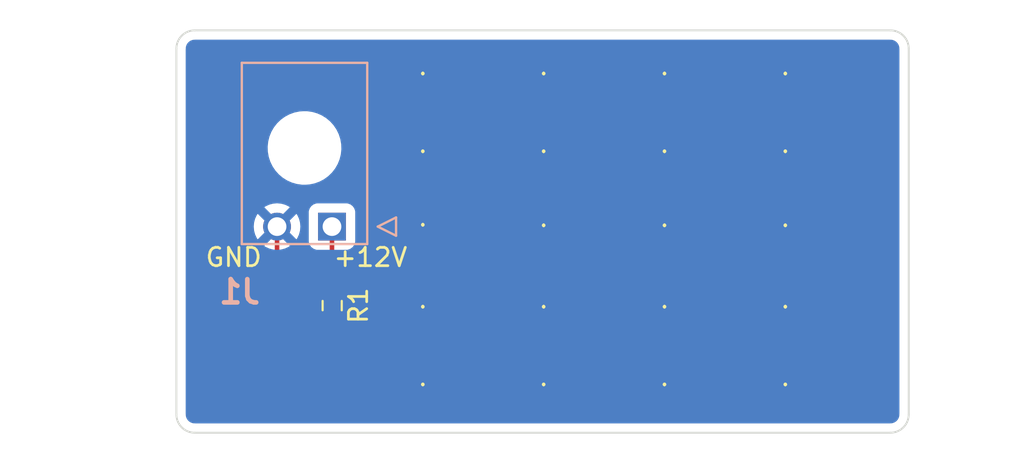
<source format=kicad_pcb>
(kicad_pcb (version 20211014) (generator pcbnew)
  (layers (0 "F.Cu" signal) (31 "B.Cu" signal) (34 "B.Paste" user) (35 "F.Paste" user) (36 "B.SilkS" user "B.Silkscreen") (37 "F.SilkS" user "F.Silkscreen") (38 "B.Mask" user) (39 "F.Mask" user) (44 "Edge.Cuts" user))
  (net 0 "")
  (net 1 "+12V")
  (net 2 "GND")
  (net 3 "Net-(LED1-Pad1)")
  (net 4 "Net-(LED1-Pad2)")
  (net 5 "Net-(LED2-Pad2)")
  (net 6 "Net-(LED3-Pad2)")
  (net 7 "Net-(LED5-Pad2)")
  (net 8 "Net-(LED6-Pad2)")
  (net 9 "Net-(LED7-Pad2)")
  (net 10 "Net-(LED10-Pad1)")
  (net 11 "Net-(LED10-Pad2)")
  (net 12 "Net-(LED11-Pad2)")
  (net 13 "Net-(LED13-Pad2)")
  (net 14 "Net-(LED14-Pad2)")
  (net 15 "Net-(LED15-Pad2)")
  (net 16 "Net-(LED17-Pad2)")
  (net 17 "Net-(LED18-Pad2)")
  (net 18 "Net-(LED19-Pad2)")
  (footprint "LED APT2012SECK_J3-PRV:APT2012SECKJ3PRV" (layer "F.Cu") (at 192.26 107.21)
    (fp_text reference "LED2" hide)
    (fp_text value "APT2012SECK_J3-PRV" hide)
    (fp_line (start -2.2 0.1) (end -2.2 0.1) (layer "F.SilkS") (width 0.1))
    (fp_line (start -2.2 0.2) (end -2.2 0.2) (layer "F.SilkS") (width 0.1))
    (fp_arc (start -2.2 0.2) (mid -2.25 0.15) (end -2.2 0.1) (layer "F.SilkS") (width 0.1))
    (fp_arc (start -2.2 0.1) (mid -2.15 0.15) (end -2.2 0.2) (layer "F.SilkS") (width 0.1))
    (pad "1" smd rect (at -1.175 0 90) (size 1.1 1.25) (layers "F.Cu" "F.Paste" "F.Mask") (net 4 "Net-(LED1-Pad2)"))
    (pad "2" smd rect (at 1.175 0 90) (size 1.1 1.25) (layers "F.Cu" "F.Paste" "F.Mask") (net 5 "Net-(LED2-Pad2)"))
  )
  (footprint "Resistor_SMD:R_0603_1608Metric_Pad0.98x0.95mm_HandSolder" (layer "F.Cu") (at 178.51 103.05 -90)
    (fp_text reference "R1" (at 0 -1.43 90) (layer "F.SilkS"))
    (fp_text value "30")
    (fp_line (start -0.254724 -0.5225) (end 0.254724 -0.5225) (layer "F.SilkS") (width 0.12))
    (fp_line (start -0.254724 0.5225) (end 0.254724 0.5225) (layer "F.SilkS") (width 0.12))
    (pad "1" smd roundrect locked (at -0.9125 0 270) (size 0.975 0.95) (layers "F.Cu" "F.Paste" "F.Mask") (net 1 "+12V"))
    (pad "2" smd roundrect locked (at 0.9125 0 270) (size 0.975 0.95) (layers "F.Cu" "F.Paste" "F.Mask") (net 3 "Net-(LED1-Pad1)"))
  )
  (footprint "LED APT2012SECK_J3-PRV:APT2012SECKJ3PRV" (layer "F.Cu") (at 185.66 94.46)
    (fp_text reference "LED13" hide)
    (fp_text value "APT2012SECK_J3-PRV" hide)
    (fp_line (start -2.2 0.2) (end -2.2 0.2) (layer "F.SilkS") (width 0.1))
    (fp_line (start -2.2 0.1) (end -2.2 0.1) (layer "F.SilkS") (width 0.1))
    (fp_arc (start -2.2 0.2) (mid -2.25 0.15) (end -2.2 0.1) (layer "F.SilkS") (width 0.1))
    (fp_arc (start -2.2 0.1) (mid -2.15 0.15) (end -2.2 0.2) (layer "F.SilkS") (width 0.1))
    (pad "1" smd rect (at -1.175 0 90) (size 1.1 1.25) (layers "F.Cu" "F.Paste" "F.Mask") (net 3 "Net-(LED1-Pad1)"))
    (pad "2" smd rect (at 1.175 0 90) (size 1.1 1.25) (layers "F.Cu" "F.Paste" "F.Mask") (net 13 "Net-(LED13-Pad2)"))
  )
  (footprint "LED APT2012SECK_J3-PRV:APT2012SECKJ3PRV" (layer "F.Cu") (at 205.46 107.21)
    (fp_text reference "LED4" hide)
    (fp_text value "APT2012SECK_J3-PRV" hide)
    (fp_line (start -2.2 0.2) (end -2.2 0.2) (layer "F.SilkS") (width 0.1))
    (fp_line (start -2.2 0.1) (end -2.2 0.1) (layer "F.SilkS") (width 0.1))
    (fp_arc (start -2.2 0.1) (mid -2.15 0.15) (end -2.2 0.2) (layer "F.SilkS") (width 0.1))
    (fp_arc (start -2.2 0.2) (mid -2.25 0.15) (end -2.2 0.1) (layer "F.SilkS") (width 0.1))
    (pad "1" smd rect (at -1.175 0 90) (size 1.1 1.25) (layers "F.Cu" "F.Paste" "F.Mask") (net 6 "Net-(LED3-Pad2)"))
    (pad "2" smd rect (at 1.175 0 90) (size 1.1 1.25) (layers "F.Cu" "F.Paste" "F.Mask") (net 2 "GND"))
  )
  (footprint "LED APT2012SECK_J3-PRV:APT2012SECKJ3PRV" (layer "F.Cu") (at 185.66 102.96)
    (fp_text reference "LED5" hide)
    (fp_text value "APT2012SECK_J3-PRV" hide)
    (fp_line (start -2.2 0.1) (end -2.2 0.1) (layer "F.SilkS") (width 0.1))
    (fp_line (start -2.2 0.2) (end -2.2 0.2) (layer "F.SilkS") (width 0.1))
    (fp_arc (start -2.2 0.1) (mid -2.15 0.15) (end -2.2 0.2) (layer "F.SilkS") (width 0.1))
    (fp_arc (start -2.2 0.2) (mid -2.25 0.15) (end -2.2 0.1) (layer "F.SilkS") (width 0.1))
    (pad "1" smd rect (at -1.175 0 90) (size 1.1 1.25) (layers "F.Cu" "F.Paste" "F.Mask") (net 3 "Net-(LED1-Pad1)"))
    (pad "2" smd rect (at 1.175 0 90) (size 1.1 1.25) (layers "F.Cu" "F.Paste" "F.Mask") (net 7 "Net-(LED5-Pad2)"))
  )
  (footprint "LED APT2012SECK_J3-PRV:APT2012SECKJ3PRV" (layer "F.Cu") (at 205.46 102.96)
    (fp_text reference "LED8" hide)
    (fp_text value "APT2012SECK_J3-PRV" hide)
    (fp_line (start -2.2 0.1) (end -2.2 0.1) (layer "F.SilkS") (width 0.1))
    (fp_line (start -2.2 0.2) (end -2.2 0.2) (layer "F.SilkS") (width 0.1))
    (fp_arc (start -2.2 0.1) (mid -2.15 0.15) (end -2.2 0.2) (layer "F.SilkS") (width 0.1))
    (fp_arc (start -2.2 0.2) (mid -2.25 0.15) (end -2.2 0.1) (layer "F.SilkS") (width 0.1))
    (pad "1" smd rect (at -1.175 0 90) (size 1.1 1.25) (layers "F.Cu" "F.Paste" "F.Mask") (net 9 "Net-(LED7-Pad2)"))
    (pad "2" smd rect (at 1.175 0 90) (size 1.1 1.25) (layers "F.Cu" "F.Paste" "F.Mask") (net 2 "GND"))
  )
  (footprint "LED APT2012SECK_J3-PRV:APT2012SECKJ3PRV" (layer "F.Cu") (at 198.86 107.21)
    (fp_text reference "LED3" hide)
    (fp_text value "APT2012SECK_J3-PRV" hide)
    (fp_line (start -2.2 0.1) (end -2.2 0.1) (layer "F.SilkS") (width 0.1))
    (fp_line (start -2.2 0.2) (end -2.2 0.2) (layer "F.SilkS") (width 0.1))
    (fp_arc (start -2.2 0.1) (mid -2.15 0.15) (end -2.2 0.2) (layer "F.SilkS") (width 0.1))
    (fp_arc (start -2.2 0.2) (mid -2.25 0.15) (end -2.2 0.1) (layer "F.SilkS") (width 0.1))
    (pad "1" smd rect (at -1.175 0 90) (size 1.1 1.25) (layers "F.Cu" "F.Paste" "F.Mask") (net 5 "Net-(LED2-Pad2)"))
    (pad "2" smd rect (at 1.175 0 90) (size 1.1 1.25) (layers "F.Cu" "F.Paste" "F.Mask") (net 6 "Net-(LED3-Pad2)"))
  )
  (footprint "LED APT2012SECK_J3-PRV:APT2012SECKJ3PRV" (layer "F.Cu") (at 185.66 90.21)
    (fp_text reference "LED17" hide)
    (fp_text value "APT2012SECK_J3-PRV" hide)
    (fp_line (start -2.2 0.2) (end -2.2 0.2) (layer "F.SilkS") (width 0.1))
    (fp_line (start -2.2 0.1) (end -2.2 0.1) (layer "F.SilkS") (width 0.1))
    (fp_arc (start -2.2 0.2) (mid -2.25 0.15) (end -2.2 0.1) (layer "F.SilkS") (width 0.1))
    (fp_arc (start -2.2 0.1) (mid -2.15 0.15) (end -2.2 0.2) (layer "F.SilkS") (width 0.1))
    (pad "1" smd rect (at -1.175 0 90) (size 1.1 1.25) (layers "F.Cu" "F.Paste" "F.Mask") (net 3 "Net-(LED1-Pad1)"))
    (pad "2" smd rect (at 1.175 0 90) (size 1.1 1.25) (layers "F.Cu" "F.Paste" "F.Mask") (net 16 "Net-(LED17-Pad2)"))
  )
  (footprint "LED APT2012SECK_J3-PRV:APT2012SECKJ3PRV" (layer "F.Cu") (at 192.26 98.51)
    (fp_text reference "LED10" hide)
    (fp_text value "APT2012SECK_J3-PRV" hide)
    (fp_line (start -2.2 0.1) (end -2.2 0.1) (layer "F.SilkS") (width 0.1))
    (fp_line (start -2.2 0.2) (end -2.2 0.2) (layer "F.SilkS") (width 0.1))
    (fp_arc (start -2.2 0.1) (mid -2.15 0.15) (end -2.2 0.2) (layer "F.SilkS") (width 0.1))
    (fp_arc (start -2.2 0.2) (mid -2.25 0.15) (end -2.2 0.1) (layer "F.SilkS") (width 0.1))
    (pad "1" smd rect (at -1.175 0 90) (size 1.1 1.25) (layers "F.Cu" "F.Paste" "F.Mask") (net 10 "Net-(LED10-Pad1)"))
    (pad "2" smd rect (at 1.175 0 90) (size 1.1 1.25) (layers "F.Cu" "F.Paste" "F.Mask") (net 11 "Net-(LED10-Pad2)"))
  )
  (footprint "LED APT2012SECK_J3-PRV:APT2012SECKJ3PRV" (layer "F.Cu") (at 192.26 102.96)
    (fp_text reference "LED6" hide)
    (fp_text value "APT2012SECK_J3-PRV" hide)
    (fp_line (start -2.2 0.1) (end -2.2 0.1) (layer "F.SilkS") (width 0.1))
    (fp_line (start -2.2 0.2) (end -2.2 0.2) (layer "F.SilkS") (width 0.1))
    (fp_arc (start -2.2 0.1) (mid -2.15 0.15) (end -2.2 0.2) (layer "F.SilkS") (width 0.1))
    (fp_arc (start -2.2 0.2) (mid -2.25 0.15) (end -2.2 0.1) (layer "F.SilkS") (width 0.1))
    (pad "1" smd rect (at -1.175 0 90) (size 1.1 1.25) (layers "F.Cu" "F.Paste" "F.Mask") (net 7 "Net-(LED5-Pad2)"))
    (pad "2" smd rect (at 1.175 0 90) (size 1.1 1.25) (layers "F.Cu" "F.Paste" "F.Mask") (net 8 "Net-(LED6-Pad2)"))
  )
  (footprint "LED APT2012SECK_J3-PRV:APT2012SECKJ3PRV" (layer "F.Cu") (at 198.86 90.21)
    (fp_text reference "LED19" hide)
    (fp_text value "APT2012SECK_J3-PRV" hide)
    (fp_line (start -2.2 0.1) (end -2.2 0.1) (layer "F.SilkS") (width 0.1))
    (fp_line (start -2.2 0.2) (end -2.2 0.2) (layer "F.SilkS") (width 0.1))
    (fp_arc (start -2.2 0.1) (mid -2.15 0.15) (end -2.2 0.2) (layer "F.SilkS") (width 0.1))
    (fp_arc (start -2.2 0.2) (mid -2.25 0.15) (end -2.2 0.1) (layer "F.SilkS") (width 0.1))
    (pad "1" smd rect (at -1.175 0 90) (size 1.1 1.25) (layers "F.Cu" "F.Paste" "F.Mask") (net 17 "Net-(LED18-Pad2)"))
    (pad "2" smd rect (at 1.175 0 90) (size 1.1 1.25) (layers "F.Cu" "F.Paste" "F.Mask") (net 18 "Net-(LED19-Pad2)"))
  )
  (footprint "LED APT2012SECK_J3-PRV:APT2012SECKJ3PRV" (layer "F.Cu") (at 185.66 107.21)
    (fp_text reference "LED1" hide)
    (fp_text value "APT2012SECK_J3-PRV" hide)
    (fp_line (start -2.2 0.2) (end -2.2 0.2) (layer "F.SilkS") (width 0.1))
    (fp_line (start -2.2 0.1) (end -2.2 0.1) (layer "F.SilkS") (width 0.1))
    (fp_arc (start -2.2 0.2) (mid -2.25 0.15) (end -2.2 0.1) (layer "F.SilkS") (width 0.1))
    (fp_arc (start -2.2 0.1) (mid -2.15 0.15) (end -2.2 0.2) (layer "F.SilkS") (width 0.1))
    (pad "1" smd rect (at -1.175 0 90) (size 1.1 1.25) (layers "F.Cu" "F.Paste" "F.Mask") (net 3 "Net-(LED1-Pad1)"))
    (pad "2" smd rect (at 1.175 0 90) (size 1.1 1.25) (layers "F.Cu" "F.Paste" "F.Mask") (net 4 "Net-(LED1-Pad2)"))
  )
  (footprint "LED APT2012SECK_J3-PRV:APT2012SECKJ3PRV" (layer "F.Cu") (at 205.46 90.21)
    (fp_text reference "LED20" hide)
    (fp_text value "APT2012SECK_J3-PRV" hide)
    (fp_line (start -2.2 0.1) (end -2.2 0.1) (layer "F.SilkS") (width 0.1))
    (fp_line (start -2.2 0.2) (end -2.2 0.2) (layer "F.SilkS") (width 0.1))
    (fp_arc (start -2.2 0.1) (mid -2.15 0.15) (end -2.2 0.2) (layer "F.SilkS") (width 0.1))
    (fp_arc (start -2.2 0.2) (mid -2.25 0.15) (end -2.2 0.1) (layer "F.SilkS") (width 0.1))
    (pad "1" smd rect (at -1.175 0 90) (size 1.1 1.25) (layers "F.Cu" "F.Paste" "F.Mask") (net 18 "Net-(LED19-Pad2)"))
    (pad "2" smd rect (at 1.175 0 90) (size 1.1 1.25) (layers "F.Cu" "F.Paste" "F.Mask") (net 2 "GND"))
  )
  (footprint "LED APT2012SECK_J3-PRV:APT2012SECKJ3PRV" (layer "F.Cu") (at 205.46 98.51)
    (fp_text reference "LED12" hide)
    (fp_text value "APT2012SECK_J3-PRV" hide)
    (fp_line (start -2.2 0.1) (end -2.2 0.1) (layer "F.SilkS") (width 0.1))
    (fp_line (start -2.2 0.2) (end -2.2 0.2) (layer "F.SilkS") (width 0.1))
    (fp_arc (start -2.2 0.1) (mid -2.15 0.15) (end -2.2 0.2) (layer "F.SilkS") (width 0.1))
    (fp_arc (start -2.2 0.2) (mid -2.25 0.15) (end -2.2 0.1) (layer "F.SilkS") (width 0.1))
    (pad "1" smd rect (at -1.175 0 90) (size 1.1 1.25) (layers "F.Cu" "F.Paste" "F.Mask") (net 12 "Net-(LED11-Pad2)"))
    (pad "2" smd rect (at 1.175 0 90) (size 1.1 1.25) (layers "F.Cu" "F.Paste" "F.Mask") (net 2 "GND"))
  )
  (footprint "LED APT2012SECK_J3-PRV:APT2012SECKJ3PRV" (layer "F.Cu") (at 192.26 90.21)
    (fp_text reference "LED18" hide)
    (fp_text value "APT2012SECK_J3-PRV" hide)
    (fp_line (start -2.2 0.1) (end -2.2 0.1) (layer "F.SilkS") (width 0.1))
    (fp_line (start -2.2 0.2) (end -2.2 0.2) (layer "F.SilkS") (width 0.1))
    (fp_arc (start -2.2 0.1) (mid -2.15 0.15) (end -2.2 0.2) (layer "F.SilkS") (width 0.1))
    (fp_arc (start -2.2 0.2) (mid -2.25 0.15) (end -2.2 0.1) (layer "F.SilkS") (width 0.1))
    (pad "1" smd rect (at -1.175 0 90) (size 1.1 1.25) (layers "F.Cu" "F.Paste" "F.Mask") (net 16 "Net-(LED17-Pad2)"))
    (pad "2" smd rect (at 1.175 0 90) (size 1.1 1.25) (layers "F.Cu" "F.Paste" "F.Mask") (net 17 "Net-(LED18-Pad2)"))
  )
  (footprint "LED APT2012SECK_J3-PRV:APT2012SECKJ3PRV" (layer "F.Cu") (at 192.26 94.46)
    (fp_text reference "LED14" hide)
    (fp_text value "APT2012SECK_J3-PRV" hide)
    (fp_line (start -2.2 0.2) (end -2.2 0.2) (layer "F.SilkS") (width 0.1))
    (fp_line (start -2.2 0.1) (end -2.2 0.1) (layer "F.SilkS") (width 0.1))
    (fp_arc (start -2.2 0.2) (mid -2.25 0.15) (end -2.2 0.1) (layer "F.SilkS") (width 0.1))
    (fp_arc (start -2.2 0.1) (mid -2.15 0.15) (end -2.2 0.2) (layer "F.SilkS") (width 0.1))
    (pad "1" smd rect (at -1.175 0 90) (size 1.1 1.25) (layers "F.Cu" "F.Paste" "F.Mask") (net 13 "Net-(LED13-Pad2)"))
    (pad "2" smd rect (at 1.175 0 90) (size 1.1 1.25) (layers "F.Cu" "F.Paste" "F.Mask") (net 14 "Net-(LED14-Pad2)"))
  )
  (footprint "LED APT2012SECK_J3-PRV:APT2012SECKJ3PRV" (layer "F.Cu") (at 205.46 94.46)
    (fp_text reference "LED16" hide)
    (fp_text value "APT2012SECK_J3-PRV" hide)
    (fp_line (start -2.2 0.1) (end -2.2 0.1) (layer "F.SilkS") (width 0.1))
    (fp_line (start -2.2 0.2) (end -2.2 0.2) (layer "F.SilkS") (width 0.1))
    (fp_arc (start -2.2 0.2) (mid -2.25 0.15) (end -2.2 0.1) (layer "F.SilkS") (width 0.1))
    (fp_arc (start -2.2 0.1) (mid -2.15 0.15) (end -2.2 0.2) (layer "F.SilkS") (width 0.1))
    (pad "1" smd rect (at -1.175 0 90) (size 1.1 1.25) (layers "F.Cu" "F.Paste" "F.Mask") (net 15 "Net-(LED15-Pad2)"))
    (pad "2" smd rect (at 1.175 0 90) (size 1.1 1.25) (layers "F.Cu" "F.Paste" "F.Mask") (net 2 "GND"))
  )
  (footprint "LED APT2012SECK_J3-PRV:APT2012SECKJ3PRV" (layer "F.Cu") (at 198.86 102.96)
    (fp_text reference "LED7" hide)
    (fp_text value "APT2012SECK_J3-PRV" hide)
    (fp_line (start -2.2 0.1) (end -2.2 0.1) (layer "F.SilkS") (width 0.1))
    (fp_line (start -2.2 0.2) (end -2.2 0.2) (layer "F.SilkS") (width 0.1))
    (fp_arc (start -2.2 0.1) (mid -2.15 0.15) (end -2.2 0.2) (layer "F.SilkS") (width 0.1))
    (fp_arc (start -2.2 0.2) (mid -2.25 0.15) (end -2.2 0.1) (layer "F.SilkS") (width 0.1))
    (pad "1" smd rect (at -1.175 0 90) (size 1.1 1.25) (layers "F.Cu" "F.Paste" "F.Mask") (net 8 "Net-(LED6-Pad2)"))
    (pad "2" smd rect (at 1.175 0 90) (size 1.1 1.25) (layers "F.Cu" "F.Paste" "F.Mask") (net 9 "Net-(LED7-Pad2)"))
  )
  (footprint "LED APT2012SECK_J3-PRV:APT2012SECKJ3PRV" (layer "F.Cu") (at 198.86 94.46)
    (fp_text reference "LED15" hide)
    (fp_text value "APT2012SECK_J3-PRV" hide)
    (fp_line (start -2.2 0.1) (end -2.2 0.1) (layer "F.SilkS") (width 0.1))
    (fp_line (start -2.2 0.2) (end -2.2 0.2) (layer "F.SilkS") (width 0.1))
    (fp_arc (start -2.2 0.1) (mid -2.15 0.15) (end -2.2 0.2) (layer "F.SilkS") (width 0.1))
    (fp_arc (start -2.2 0.2) (mid -2.25 0.15) (end -2.2 0.1) (layer "F.SilkS") (width 0.1))
    (pad "1" smd rect (at -1.175 0 90) (size 1.1 1.25) (layers "F.Cu" "F.Paste" "F.Mask") (net 14 "Net-(LED14-Pad2)"))
    (pad "2" smd rect (at 1.175 0 90) (size 1.1 1.25) (layers "F.Cu" "F.Paste" "F.Mask") (net 15 "Net-(LED15-Pad2)"))
  )
  (footprint "LED APT2012SECK_J3-PRV:APT2012SECKJ3PRV" (layer "F.Cu") (at 185.66 98.48)
    (fp_text reference "LED9" hide)
    (fp_text value "APT2012SECK_J3-PRV" hide)
    (fp_line (start -2.2 0.1) (end -2.2 0.1) (layer "F.SilkS") (width 0.1))
    (fp_line (start -2.2 0.2) (end -2.2 0.2) (layer "F.SilkS") (width 0.1))
    (fp_arc (start -2.2 0.1) (mid -2.15 0.15) (end -2.2 0.2) (layer "F.SilkS") (width 0.1))
    (fp_arc (start -2.2 0.2) (mid -2.25 0.15) (end -2.2 0.1) (layer "F.SilkS") (width 0.1))
    (pad "1" smd rect (at -1.175 0 90) (size 1.1 1.25) (layers "F.Cu" "F.Paste" "F.Mask") (net 3 "Net-(LED1-Pad1)"))
    (pad "2" smd rect (at 1.175 0 90) (size 1.1 1.25) (layers "F.Cu" "F.Paste" "F.Mask") (net 10 "Net-(LED10-Pad1)"))
  )
  (footprint "LED APT2012SECK_J3-PRV:APT2012SECKJ3PRV" (layer "F.Cu") (at 198.86 98.51)
    (fp_text reference "LED11" hide)
    (fp_text value "APT2012SECK_J3-PRV" hide)
    (fp_line (start -2.2 0.2) (end -2.2 0.2) (layer "F.SilkS") (width 0.1))
    (fp_line (start -2.2 0.1) (end -2.2 0.1) (layer "F.SilkS") (width 0.1))
    (fp_arc (start -2.2 0.2) (mid -2.25 0.15) (end -2.2 0.1) (layer "F.SilkS") (width 0.1))
    (fp_arc (start -2.2 0.1) (mid -2.15 0.15) (end -2.2 0.2) (layer "F.SilkS") (width 0.1))
    (pad "1" smd rect (at -1.175 0 90) (size 1.1 1.25) (layers "F.Cu" "F.Paste" "F.Mask") (net 11 "Net-(LED10-Pad2)"))
    (pad "2" smd rect (at 1.175 0 90) (size 1.1 1.25) (layers "F.Cu" "F.Paste" "F.Mask") (net 12 "Net-(LED11-Pad2)"))
  )
  (footprint "Connector 215760-1002:215760-YY02" (layer "B.Cu") (at 178.49825 98.73)
    (fp_text reference "J1" (at -5.04825 3.57) (layer "B.SilkS") (effects (font (size 1.27 1.27) (thickness 0.254)) (justify mirror)))
    (fp_text value "Conn_01x02_Female" hide)
    (fp_line (start 2.5 0) (end 3.5 0.5) (layer "B.SilkS") (width 0.127))
    (fp_line (start -4.925 -8.955) (end -4.925 0.955) (layer "B.SilkS") (width 0.127))
    (fp_line (start -4.925 0.955) (end 1.925 0.955) (layer "B.SilkS") (width 0.127))
    (fp_line (start 3.5 -0.5) (end 2.5 0) (layer "B.SilkS") (width 0.127))
    (fp_line (start 1.925 0.955) (end 1.925 -8.955) (layer "B.SilkS") (width 0.127))
    (fp_line (start 3.5 0.5) (end 3.5 -0.5) (layer "B.SilkS") (width 0.127))
    (fp_line (start 1.925 -8.955) (end -4.925 -8.955) (layer "B.SilkS") (width 0.127))
    (pad "" np_thru_hole circle locked (at -1.5 -4.3) (size 3 3) (drill 3) (layers *.Cu *.Mask))
    (pad "1" thru_hole rect locked (at 0 0) (size 1.52 1.52) (drill 1.02) (layers *.Cu *.Mask) (net 1 "+12V"))
    (pad "2" thru_hole circle locked (at -3 0) (size 1.52 1.52) (drill 1.02) (layers *.Cu *.Mask) (net 2 "GND"))
  )
  (gr_arc (start 171 110) (mid 170.292894 109.707107) (end 170 109) (layer "Edge.Cuts") (width 0.1))
  (gr_line (start 210 89) (end 210 109) (layer "Edge.Cuts") (width 0.1))
  (gr_arc (start 170 89) (mid 170.292893 88.292893) (end 171 88) (layer "Edge.Cuts") (width 0.1))
  (gr_arc (start 210 109) (mid 209.707107 109.707106) (end 209 110) (layer "Edge.Cuts") (width 0.1))
  (gr_line (start 171 88) (end 209 88) (layer "Edge.Cuts") (width 0.1))
  (gr_arc (start 209 88) (mid 209.707106 88.292893) (end 210 89) (layer "Edge.Cuts") (width 0.1))
  (gr_line (start 209 110) (end 171 110) (layer "Edge.Cuts") (width 0.1))
  (gr_line (start 170 89) (end 170 109) (layer "Edge.Cuts") (width 0.1))
  (gr_text "GND" (at 173.13 100.41) (layer "F.SilkS") (effects (font (size 1 1))))
  (gr_text "+12V" (at 180.6 100.41) (layer "F.SilkS") (effects (font (size 1 1))))
  (segment (start 178.49825 102.12575) (end 178.51 102.1375) (width 0.25) (layer "F.Cu") (net 1))
  (segment (start 178.49825 98.73) (end 178.49825 102.12575) (width 0.25) (layer "F.Cu") (net 1))
  (segment (start 175.49825 98.73) (end 175.49825 103.74825) (width 0.25) (layer "F.Cu") (net 2))
  (segment (start 206.635 90.21) (end 206.635 107.21) (width 0.25) (layer "F.Cu") (net 2))
  (segment (start 181.13 109.34) (end 204.445 109.34) (width 0.25) (layer "F.Cu") (net 2))
  (segment (start 204.45 109.34) (end 206.63 107.16) (width 0.25) (layer "F.Cu") (net 2))
  (segment (start 175.48825 103.69825) (end 181.13 109.34) (width 0.25) (layer "F.Cu") (net 2))
  (segment (start 184.485 98.51) (end 184.485 107.21) (width 0.25) (layer "F.Cu") (net 3))
  (segment (start 184.485 102.96) (end 183.485 103.96) (width 0.25) (layer "F.Cu") (net 3))
  (segment (start 183.485 103.96) (end 178.5125 103.96) (width 0.25) (layer "F.Cu") (net 3))
  (segment (start 178.5125 103.96) (end 178.51 103.9625) (width 0.25) (layer "F.Cu") (net 3))
  (segment (start 184.485 98.51) (end 184.485 90.21) (width 0.25) (layer "F.Cu") (net 3))
  (segment (start 186.835 107.21) (end 191.085 107.21) (width 0.25) (layer "F.Cu") (net 4))
  (segment (start 193.435 107.21) (end 197.685 107.21) (width 0.25) (layer "F.Cu") (net 5))
  (segment (start 200.035 107.21) (end 204.285 107.21) (width 0.25) (layer "F.Cu") (net 6))
  (segment (start 191.085 102.96) (end 186.835 102.96) (width 0.25) (layer "F.Cu") (net 7))
  (segment (start 193.435 102.96) (end 197.685 102.96) (width 0.25) (layer "F.Cu") (net 8))
  (segment (start 200.035 102.96) (end 204.285 102.96) (width 0.25) (layer "F.Cu") (net 9))
  (segment (start 191.055 98.48) (end 191.085 98.51) (width 0.25) (layer "F.Cu") (net 10))
  (segment (start 186.835 98.48) (end 191.055 98.48) (width 0.25) (layer "F.Cu") (net 10))
  (segment (start 193.435 98.51) (end 197.685 98.51) (width 0.25) (layer "F.Cu") (net 11))
  (segment (start 204.285 98.51) (end 200.035 98.51) (width 0.25) (layer "F.Cu") (net 12))
  (segment (start 191.085 94.46) (end 186.835 94.46) (width 0.25) (layer "F.Cu") (net 13))
  (segment (start 197.685 94.46) (end 193.435 94.46) (width 0.25) (layer "F.Cu") (net 14))
  (segment (start 200.035 94.46) (end 204.285 94.46) (width 0.25) (layer "F.Cu") (net 15))
  (segment (start 186.835 90.21) (end 191.085 90.21) (width 0.25) (layer "F.Cu") (net 16))
  (segment (start 193.435 90.21) (end 197.685 90.21) (width 0.25) (layer "F.Cu") (net 17))
  (segment (start 200.035 90.21) (end 204.285 90.21) (width 0.25) (layer "F.Cu") (net 18))
  (zone (net 2) (net_name "GND") (layer "B.Cu") (connect_pads (clearance 0.508)) (min_thickness 0.254) (fill yes (thermal_gap 0.508) (thermal_bridge_width 0.508))
    (polygon (pts (xy 216.3 112.15) (xy 167.59 111.71) (xy 167.94 86.69) (xy 214.8 86.34)))
  )
)
</source>
